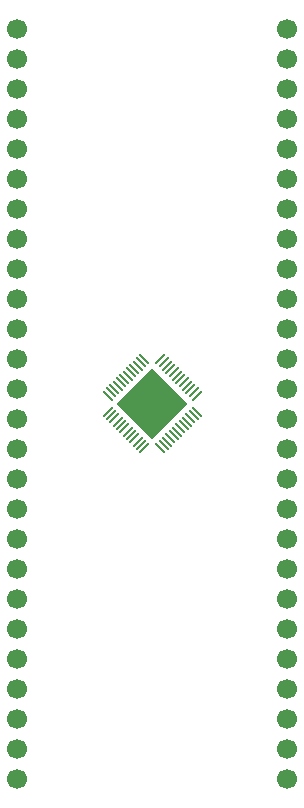
<source format=gts>
G04 #@! TF.GenerationSoftware,KiCad,Pcbnew,9.0.6*
G04 #@! TF.CreationDate,2025-12-31T13:09:13-06:00*
G04 #@! TF.ProjectId,QFN-48_6x6,51464e2d-3438-45f3-9678-362e6b696361,rev?*
G04 #@! TF.SameCoordinates,Original*
G04 #@! TF.FileFunction,Soldermask,Top*
G04 #@! TF.FilePolarity,Negative*
%FSLAX46Y46*%
G04 Gerber Fmt 4.6, Leading zero omitted, Abs format (unit mm)*
G04 Created by KiCad (PCBNEW 9.0.6) date 2025-12-31 13:09:13*
%MOMM*%
%LPD*%
G01*
G04 APERTURE LIST*
G04 Aperture macros list*
%AMRoundRect*
0 Rectangle with rounded corners*
0 $1 Rounding radius*
0 $2 $3 $4 $5 $6 $7 $8 $9 X,Y pos of 4 corners*
0 Add a 4 corners polygon primitive as box body*
4,1,4,$2,$3,$4,$5,$6,$7,$8,$9,$2,$3,0*
0 Add four circle primitives for the rounded corners*
1,1,$1+$1,$2,$3*
1,1,$1+$1,$4,$5*
1,1,$1+$1,$6,$7*
1,1,$1+$1,$8,$9*
0 Add four rect primitives between the rounded corners*
20,1,$1+$1,$2,$3,$4,$5,0*
20,1,$1+$1,$4,$5,$6,$7,0*
20,1,$1+$1,$6,$7,$8,$9,0*
20,1,$1+$1,$8,$9,$2,$3,0*%
%AMRotRect*
0 Rectangle, with rotation*
0 The origin of the aperture is its center*
0 $1 length*
0 $2 width*
0 $3 Rotation angle, in degrees counterclockwise*
0 Add horizontal line*
21,1,$1,$2,0,0,$3*%
G04 Aperture macros list end*
%ADD10RoundRect,0.050000X-0.424264X0.353553X0.353553X-0.424264X0.424264X-0.353553X-0.353553X0.424264X0*%
%ADD11RoundRect,0.050000X-0.424264X-0.353553X-0.353553X-0.424264X0.424264X0.353553X0.353553X0.424264X0*%
%ADD12RotRect,4.300000X4.300000X315.000000*%
%ADD13C,1.700000*%
G04 APERTURE END LIST*
D10*
X137758249Y-116866979D03*
X137475406Y-117149821D03*
X137192562Y-117432665D03*
X136909720Y-117715507D03*
X136626878Y-117998350D03*
X136344034Y-118281193D03*
X136061193Y-118564034D03*
X135778350Y-118846878D03*
X135495507Y-119129720D03*
X135212665Y-119412562D03*
X134929821Y-119695406D03*
X134646979Y-119978249D03*
D11*
X134646979Y-121321751D03*
X134929821Y-121604594D03*
X135212665Y-121887438D03*
X135495507Y-122170280D03*
X135778350Y-122453122D03*
X136061193Y-122735966D03*
X136344034Y-123018807D03*
X136626878Y-123301650D03*
X136909720Y-123584493D03*
X137192562Y-123867335D03*
X137475406Y-124150179D03*
X137758249Y-124433021D03*
D10*
X139101751Y-124433021D03*
X139384594Y-124150179D03*
X139667438Y-123867335D03*
X139950280Y-123584493D03*
X140233122Y-123301650D03*
X140515966Y-123018807D03*
X140798807Y-122735966D03*
X141081650Y-122453122D03*
X141364493Y-122170280D03*
X141647335Y-121887438D03*
X141930179Y-121604594D03*
X142213021Y-121321751D03*
D11*
X142213021Y-119978249D03*
X141930179Y-119695406D03*
X141647335Y-119412562D03*
X141364493Y-119129720D03*
X141081650Y-118846878D03*
X140798807Y-118564034D03*
X140515966Y-118281193D03*
X140233122Y-117998350D03*
X139950280Y-117715507D03*
X139667438Y-117432665D03*
X139384594Y-117149821D03*
X139101751Y-116866979D03*
D12*
X138430000Y-120650000D03*
D13*
X127000000Y-88900000D03*
X127000000Y-91440000D03*
X127000000Y-93980000D03*
X127000000Y-96520000D03*
X127000000Y-99060000D03*
X127000000Y-101600000D03*
X127000000Y-104140000D03*
X127000000Y-106680000D03*
X127000000Y-109220000D03*
X127000000Y-111760000D03*
X127000000Y-114300000D03*
X127000000Y-116840000D03*
X127000000Y-119380000D03*
X127000000Y-121920000D03*
X127000000Y-124460000D03*
X127000000Y-127000000D03*
X127000000Y-129540000D03*
X127000000Y-132080000D03*
X127000000Y-134620000D03*
X127000000Y-137160000D03*
X127000000Y-139700000D03*
X127000000Y-142240000D03*
X127000000Y-144780000D03*
X127000000Y-147320000D03*
X127000000Y-149860000D03*
X127000000Y-152400000D03*
X149860000Y-88900000D03*
X149860000Y-91440000D03*
X149860000Y-93980000D03*
X149860000Y-96520000D03*
X149860000Y-99060000D03*
X149860000Y-101600000D03*
X149860000Y-104140000D03*
X149860000Y-106680000D03*
X149860000Y-109220000D03*
X149860000Y-111760000D03*
X149860000Y-114300000D03*
X149860000Y-116840000D03*
X149860000Y-119380000D03*
X149860000Y-121920000D03*
X149860000Y-124460000D03*
X149860000Y-127000000D03*
X149860000Y-129540000D03*
X149860000Y-132080000D03*
X149860000Y-134620000D03*
X149860000Y-137160000D03*
X149860000Y-139700000D03*
X149860000Y-142240000D03*
X149860000Y-144780000D03*
X149860000Y-147320000D03*
X149860000Y-149860000D03*
X149860000Y-152400000D03*
M02*

</source>
